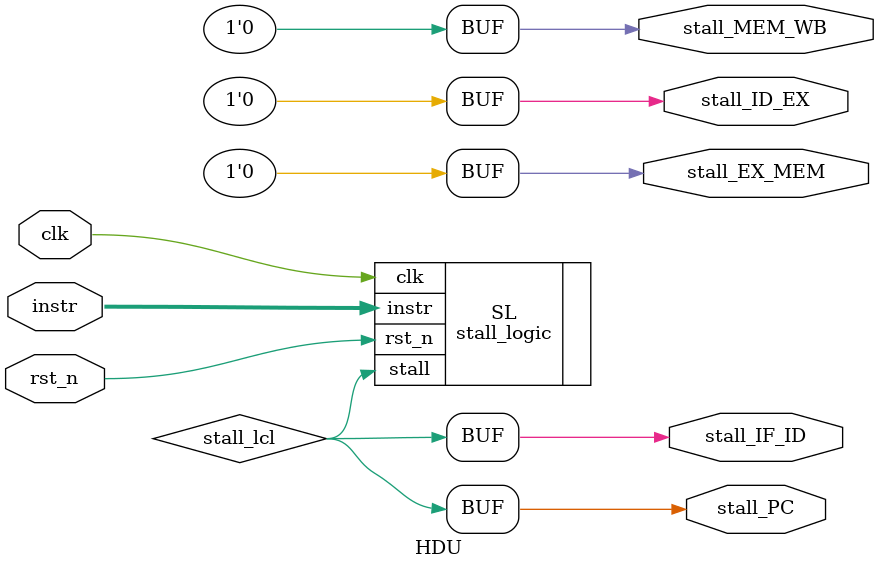
<source format=v>
module HDU(clk, rst_n, instr, stall_PC, stall_IF_ID, stall_ID_EX, stall_EX_MEM, stall_MEM_WB);
	
	input clk, rst_n;
	input [15:0] instr;

	output stall_PC, stall_IF_ID, stall_ID_EX, stall_EX_MEM, stall_MEM_WB;
	
	wire stall_lcl;

	stall_logic SL(
		// Input
		.clk(clk), 
		.rst_n(rst_n), 
		.instr(instr), 
		// Output
		.stall(stall_lcl)
		);
		
		assign stall_PC = stall_lcl;
		assign stall_IF_ID = stall_lcl;
		assign stall_ID_EX = 1'b0;
		assign stall_EX_MEM = 1'b0;
		assign stall_MEM_WB = 1'b0;
	
endmodule

</source>
